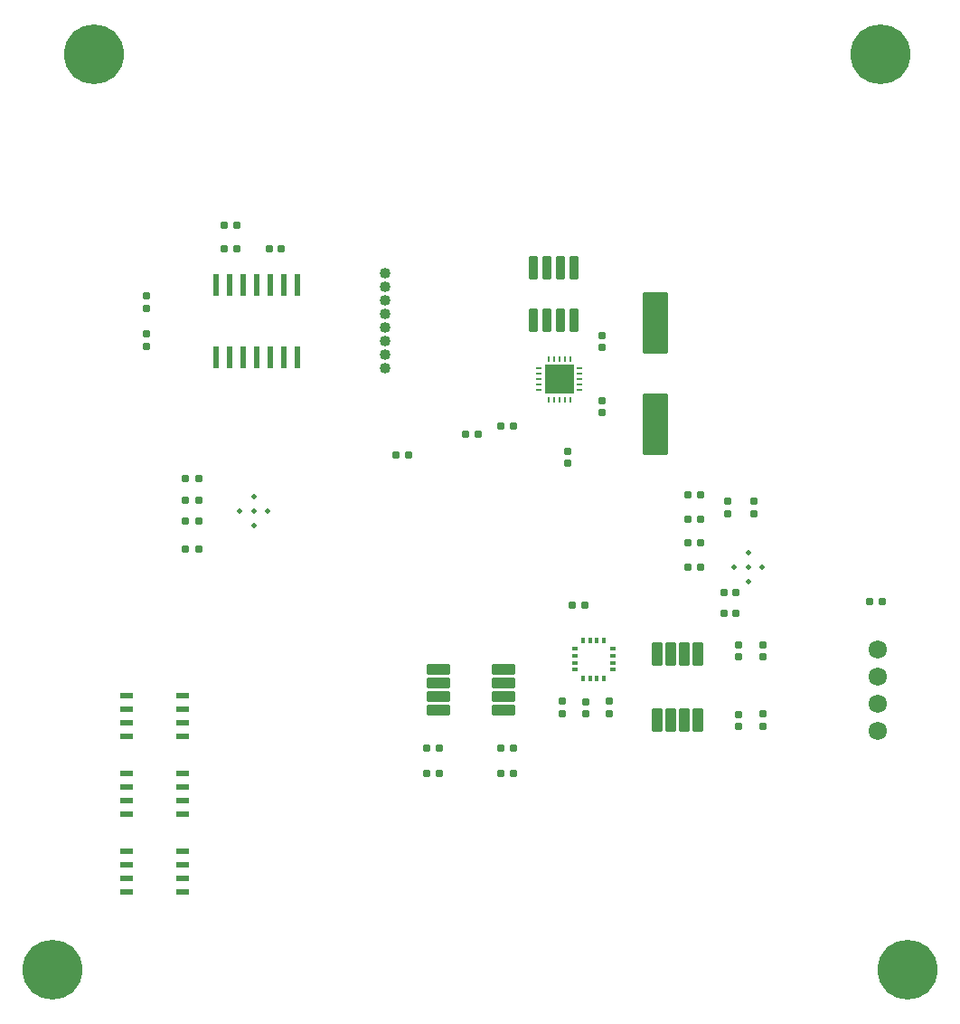
<source format=gbr>
%TF.GenerationSoftware,KiCad,Pcbnew,8.0.7*%
%TF.CreationDate,2025-02-06T16:30:48-03:00*%
%TF.ProjectId,adcs_board,61646373-5f62-46f6-9172-642e6b696361,1.0*%
%TF.SameCoordinates,Original*%
%TF.FileFunction,Soldermask,Bot*%
%TF.FilePolarity,Negative*%
%FSLAX46Y46*%
G04 Gerber Fmt 4.6, Leading zero omitted, Abs format (unit mm)*
G04 Created by KiCad (PCBNEW 8.0.7) date 2025-02-06 16:30:48*
%MOMM*%
%LPD*%
G01*
G04 APERTURE LIST*
G04 Aperture macros list*
%AMRoundRect*
0 Rectangle with rounded corners*
0 $1 Rounding radius*
0 $2 $3 $4 $5 $6 $7 $8 $9 X,Y pos of 4 corners*
0 Add a 4 corners polygon primitive as box body*
4,1,4,$2,$3,$4,$5,$6,$7,$8,$9,$2,$3,0*
0 Add four circle primitives for the rounded corners*
1,1,$1+$1,$2,$3*
1,1,$1+$1,$4,$5*
1,1,$1+$1,$6,$7*
1,1,$1+$1,$8,$9*
0 Add four rect primitives between the rounded corners*
20,1,$1+$1,$2,$3,$4,$5,0*
20,1,$1+$1,$4,$5,$6,$7,0*
20,1,$1+$1,$6,$7,$8,$9,0*
20,1,$1+$1,$8,$9,$2,$3,0*%
G04 Aperture macros list end*
%ADD10C,5.600000*%
%ADD11C,1.016000*%
%ADD12C,0.499999*%
%ADD13C,1.724000*%
%ADD14RoundRect,0.155000X0.155000X-0.212500X0.155000X0.212500X-0.155000X0.212500X-0.155000X-0.212500X0*%
%ADD15RoundRect,0.155000X-0.155000X0.212500X-0.155000X-0.212500X0.155000X-0.212500X0.155000X0.212500X0*%
%ADD16RoundRect,0.155000X0.212500X0.155000X-0.212500X0.155000X-0.212500X-0.155000X0.212500X-0.155000X0*%
%ADD17R,1.257300X0.508000*%
%ADD18RoundRect,0.160000X-0.160000X0.197500X-0.160000X-0.197500X0.160000X-0.197500X0.160000X0.197500X0*%
%ADD19RoundRect,0.102000X-1.000000X0.375000X-1.000000X-0.375000X1.000000X-0.375000X1.000000X0.375000X0*%
%ADD20RoundRect,0.102000X-1.050000X2.800000X-1.050000X-2.800000X1.050000X-2.800000X1.050000X2.800000X0*%
%ADD21RoundRect,0.160000X-0.197500X-0.160000X0.197500X-0.160000X0.197500X0.160000X-0.197500X0.160000X0*%
%ADD22R,0.558800X2.159000*%
%ADD23RoundRect,0.102000X0.375000X1.000000X-0.375000X1.000000X-0.375000X-1.000000X0.375000X-1.000000X0*%
%ADD24R,0.254000X0.609600*%
%ADD25R,0.609600X0.254000*%
%ADD26R,2.692400X2.692400*%
%ADD27RoundRect,0.155000X-0.212500X-0.155000X0.212500X-0.155000X0.212500X0.155000X-0.212500X0.155000X0*%
%ADD28R,0.508000X0.406400*%
%ADD29R,0.406400X0.508000*%
%ADD30RoundRect,0.160000X0.197500X0.160000X-0.197500X0.160000X-0.197500X-0.160000X0.197500X-0.160000X0*%
%ADD31RoundRect,0.100500X0.301500X-0.986500X0.301500X0.986500X-0.301500X0.986500X-0.301500X-0.986500X0*%
%ADD32RoundRect,0.160000X0.160000X-0.197500X0.160000X0.197500X-0.160000X0.197500X-0.160000X-0.197500X0*%
G04 APERTURE END LIST*
D10*
%TO.C,H6*%
X170600000Y-50103500D03*
%TD*%
D11*
%TO.C,U27*%
X124146666Y-79440383D03*
X124146666Y-78170383D03*
X124146666Y-76900383D03*
X124146666Y-75630383D03*
X124146666Y-74360383D03*
X124146666Y-73090383D03*
X124146666Y-71820383D03*
X124146666Y-70550383D03*
%TD*%
D12*
%TO.C,U23*%
X159500000Y-98100000D03*
X158174999Y-99425001D03*
X158174999Y-98100000D03*
X158174999Y-96774999D03*
X156849998Y-98100000D03*
%TD*%
D10*
%TO.C,H7*%
X93048000Y-135765000D03*
%TD*%
D13*
%TO.C,J8*%
X170342500Y-113412500D03*
X170342500Y-110872500D03*
X170342500Y-108332500D03*
X170342500Y-105792500D03*
%TD*%
D12*
%TO.C,U28*%
X110550000Y-92850001D03*
X111875001Y-91525000D03*
X111875001Y-92850001D03*
X111875001Y-94175002D03*
X113200002Y-92850001D03*
%TD*%
D10*
%TO.C,H5*%
X96924000Y-50063500D03*
%TD*%
%TO.C,H8*%
X173070000Y-135729700D03*
%TD*%
D14*
%TO.C,C2*%
X144500000Y-77512500D03*
X144500000Y-76377500D03*
%TD*%
D15*
%TO.C,C101*%
X141300000Y-87232500D03*
X141300000Y-88367500D03*
%TD*%
D14*
%TO.C,C70*%
X145174999Y-111789500D03*
X145174999Y-110654500D03*
%TD*%
D16*
%TO.C,C76*%
X157067500Y-100500000D03*
X155932500Y-100500000D03*
%TD*%
D17*
%TO.C,U4*%
X100000000Y-128500000D03*
X100000000Y-127230000D03*
X100000000Y-125960000D03*
X100000000Y-124690000D03*
X105245100Y-124690000D03*
X105245100Y-125960000D03*
X105245100Y-127230000D03*
X105245100Y-128500000D03*
%TD*%
D18*
%TO.C,R77*%
X101846666Y-76259983D03*
X101846666Y-77454983D03*
%TD*%
D19*
%TO.C,T3*%
X135260700Y-107695000D03*
X135260700Y-108965000D03*
X135260700Y-110235000D03*
X135260700Y-111505000D03*
X129139300Y-111505000D03*
X129139300Y-110235000D03*
X129139300Y-108965000D03*
X129139300Y-107695000D03*
%TD*%
D20*
%TO.C,Y1*%
X149500000Y-75250000D03*
X149500000Y-84750000D03*
%TD*%
D14*
%TO.C,C75*%
X156300000Y-93077500D03*
X156300000Y-91942500D03*
%TD*%
D15*
%TO.C,C3*%
X144500000Y-82487500D03*
X144500000Y-83622500D03*
%TD*%
D21*
%TO.C,R35*%
X152502500Y-91310000D03*
X153697500Y-91310000D03*
%TD*%
D15*
%TO.C,C93*%
X157300000Y-105332500D03*
X157300000Y-106467500D03*
%TD*%
D22*
%TO.C,U29*%
X108306666Y-71684283D03*
X109576666Y-71684283D03*
X110846666Y-71684283D03*
X112116666Y-71684283D03*
X113386666Y-71684283D03*
X114656666Y-71684283D03*
X115926666Y-71684283D03*
X115926666Y-78440683D03*
X114656666Y-78440683D03*
X113386666Y-78440683D03*
X112116666Y-78440683D03*
X110846666Y-78440683D03*
X109576666Y-78440683D03*
X108306666Y-78440683D03*
%TD*%
D23*
%TO.C,T4*%
X153505000Y-112360700D03*
X152235000Y-112360700D03*
X150965000Y-112360700D03*
X149695000Y-112360700D03*
X149695000Y-106239300D03*
X150965000Y-106239300D03*
X152235000Y-106239300D03*
X153505000Y-106239300D03*
%TD*%
D15*
%TO.C,C97*%
X157300000Y-111870000D03*
X157300000Y-113005000D03*
%TD*%
D24*
%TO.C,U1*%
X139499999Y-78607700D03*
X140000001Y-78607700D03*
X140500000Y-78607700D03*
X140999999Y-78607700D03*
X141500001Y-78607700D03*
D25*
X142392300Y-79499999D03*
X142392300Y-80000001D03*
X142392300Y-80500000D03*
X142392300Y-80999999D03*
X142392300Y-81500001D03*
D24*
X141500001Y-82392300D03*
X140999999Y-82392300D03*
X140500000Y-82392300D03*
X140000001Y-82392300D03*
X139499999Y-82392300D03*
D25*
X138607700Y-81500001D03*
X138607700Y-80999999D03*
X138607700Y-80500000D03*
X138607700Y-80000001D03*
X138607700Y-79499999D03*
D26*
X140500000Y-80500000D03*
%TD*%
D21*
%TO.C,R70*%
X105502500Y-91802501D03*
X106697500Y-91802501D03*
%TD*%
D27*
%TO.C,C81*%
X169582500Y-101350000D03*
X170717500Y-101350000D03*
%TD*%
D28*
%TO.C,U19*%
X141922000Y-107674999D03*
X141922000Y-107025001D03*
X141922000Y-106374999D03*
X141922000Y-105725001D03*
D29*
X142725001Y-104922000D03*
X143374999Y-104922000D03*
X144025001Y-104922000D03*
X144674999Y-104922000D03*
D28*
X145478000Y-105725001D03*
X145478000Y-106374999D03*
X145478000Y-107025001D03*
X145478000Y-107674999D03*
D29*
X144674999Y-108478000D03*
X144025001Y-108478000D03*
X143374999Y-108478000D03*
X142725001Y-108478000D03*
%TD*%
D27*
%TO.C,C91*%
X128097500Y-117370000D03*
X129232500Y-117370000D03*
%TD*%
%TO.C,C95*%
X135032500Y-115030000D03*
X136167500Y-115030000D03*
%TD*%
D30*
%TO.C,R63*%
X153697500Y-95800000D03*
X152502500Y-95800000D03*
%TD*%
D16*
%TO.C,C78*%
X157067500Y-102400000D03*
X155932500Y-102400000D03*
%TD*%
D31*
%TO.C,U22*%
X141905000Y-74970000D03*
X140635000Y-74970000D03*
X139365000Y-74970000D03*
X138095000Y-74970000D03*
X138095000Y-70030000D03*
X139365000Y-70030000D03*
X140635000Y-70030000D03*
X141905000Y-70030000D03*
%TD*%
D16*
%TO.C,C99*%
X126367500Y-87600000D03*
X125232500Y-87600000D03*
%TD*%
D30*
%TO.C,R64*%
X153695000Y-98100000D03*
X152500000Y-98100000D03*
%TD*%
D14*
%TO.C,C71*%
X142994999Y-111809500D03*
X142994999Y-110674500D03*
%TD*%
D17*
%TO.C,U2*%
X100000000Y-121202500D03*
X100000000Y-119932500D03*
X100000000Y-118662500D03*
X100000000Y-117392500D03*
X105245100Y-117392500D03*
X105245100Y-118662500D03*
X105245100Y-119932500D03*
X105245100Y-121202500D03*
%TD*%
D14*
%TO.C,C73*%
X158700000Y-93077500D03*
X158700000Y-91942500D03*
%TD*%
D16*
%TO.C,C1*%
X132867500Y-85650000D03*
X131732500Y-85650000D03*
%TD*%
D27*
%TO.C,C5*%
X135032500Y-84850000D03*
X136167500Y-84850000D03*
%TD*%
D30*
%TO.C,R90*%
X136177500Y-117400000D03*
X134982500Y-117400000D03*
%TD*%
D16*
%TO.C,C96*%
X114479166Y-68262483D03*
X113344166Y-68262483D03*
%TD*%
D17*
%TO.C,U3*%
X100000000Y-113905000D03*
X100000000Y-112635000D03*
X100000000Y-111365000D03*
X100000000Y-110095000D03*
X105245100Y-110095000D03*
X105245100Y-111365000D03*
X105245100Y-112635000D03*
X105245100Y-113905000D03*
%TD*%
D21*
%TO.C,R91*%
X109121666Y-66062483D03*
X110316666Y-66062483D03*
%TD*%
D27*
%TO.C,C98*%
X141732500Y-101650000D03*
X142867500Y-101650000D03*
%TD*%
D30*
%TO.C,R72*%
X106697500Y-96400000D03*
X105502500Y-96400000D03*
%TD*%
D15*
%TO.C,C94*%
X159600000Y-105332500D03*
X159600000Y-106467500D03*
%TD*%
D27*
%TO.C,C92*%
X128097500Y-115000000D03*
X129232500Y-115000000D03*
%TD*%
D32*
%TO.C,R92*%
X159600000Y-113035000D03*
X159600000Y-111840000D03*
%TD*%
D21*
%TO.C,R53*%
X152505000Y-93600000D03*
X153700000Y-93600000D03*
%TD*%
D32*
%TO.C,R32*%
X140804999Y-111819500D03*
X140804999Y-110624500D03*
%TD*%
D18*
%TO.C,R78*%
X101846666Y-72686783D03*
X101846666Y-73881783D03*
%TD*%
D21*
%TO.C,R71*%
X105502500Y-93792501D03*
X106697500Y-93792501D03*
%TD*%
%TO.C,R69*%
X105502500Y-89812501D03*
X106697500Y-89812501D03*
%TD*%
D30*
%TO.C,R93*%
X110316666Y-68262483D03*
X109121666Y-68262483D03*
%TD*%
M02*

</source>
